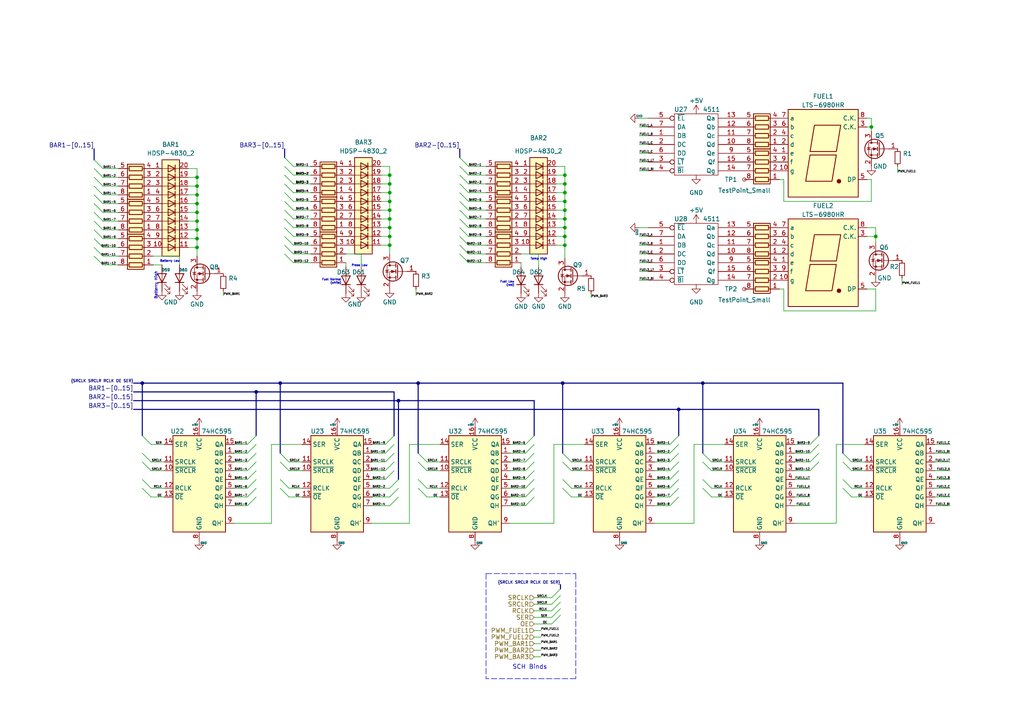
<source format=kicad_sch>
(kicad_sch (version 20210621) (generator eeschema)
  (paper "A4")
  (junction (at 57.15 51.435) (diameter 0.9144))
  (junction (at 57.15 53.975) (diameter 0.9144))
  (junction (at 57.15 56.515) (diameter 0.9144))
  (junction (at 57.15 59.055) (diameter 0.9144))
  (junction (at 57.15 61.595) (diameter 0.9144))
  (junction (at 57.15 64.135) (diameter 0.9144))
  (junction (at 57.15 66.675) (diameter 0.9144))
  (junction (at 57.15 69.215) (diameter 0.9144))
  (junction (at 57.15 71.755) (diameter 0.9144))
  (junction (at 113.03 50.8) (diameter 0.9144))
  (junction (at 113.03 53.34) (diameter 0.9144))
  (junction (at 113.03 55.88) (diameter 0.9144))
  (junction (at 113.03 58.42) (diameter 0.9144))
  (junction (at 113.03 60.96) (diameter 0.9144))
  (junction (at 113.03 63.5) (diameter 0.9144))
  (junction (at 113.03 66.04) (diameter 0.9144))
  (junction (at 113.03 68.58) (diameter 0.9144))
  (junction (at 113.03 71.12) (diameter 0.9144))
  (junction (at 163.83 50.8) (diameter 0.9144))
  (junction (at 163.83 53.34) (diameter 0.9144))
  (junction (at 163.83 55.88) (diameter 0.9144))
  (junction (at 163.83 58.42) (diameter 0.9144))
  (junction (at 163.83 60.96) (diameter 0.9144))
  (junction (at 163.83 63.5) (diameter 0.9144))
  (junction (at 163.83 66.04) (diameter 0.9144))
  (junction (at 163.83 68.58) (diameter 0.9144))
  (junction (at 163.83 71.12) (diameter 0.9144))
  (junction (at 252.73 36.83) (diameter 0.9144))
  (junction (at 254 68.58) (diameter 0.9144))
  (junction (at 41.275 111.125) (diameter 0.9144))
  (junction (at 74.295 113.665) (diameter 0.9144))
  (junction (at 81.28 111.125) (diameter 0.9144))
  (junction (at 115.57 116.205) (diameter 0.9144))
  (junction (at 121.285 111.125) (diameter 0.9144))
  (junction (at 163.195 111.125) (diameter 0.9144))
  (junction (at 196.85 118.745) (diameter 0.9144))
  (junction (at 203.835 111.125) (diameter 0.9144))
  (bus_entry (at 27.305 46.355) (size 2.54 2.54) (stroke (width 0.1524)))
  (bus_entry (at 27.305 48.895) (size 2.54 2.54) (stroke (width 0.1524)))
  (bus_entry (at 27.305 51.435) (size 2.54 2.54) (stroke (width 0.1524)))
  (bus_entry (at 27.305 53.975) (size 2.54 2.54) (stroke (width 0.1524)))
  (bus_entry (at 27.305 56.515) (size 2.54 2.54) (stroke (width 0.1524)))
  (bus_entry (at 27.305 59.055) (size 2.54 2.54) (stroke (width 0.1524)))
  (bus_entry (at 27.305 61.595) (size 2.54 2.54) (stroke (width 0.1524)))
  (bus_entry (at 27.305 64.135) (size 2.54 2.54) (stroke (width 0.1524)))
  (bus_entry (at 27.305 66.675) (size 2.54 2.54) (stroke (width 0.1524)))
  (bus_entry (at 27.305 69.215) (size 2.54 2.54) (stroke (width 0.1524)))
  (bus_entry (at 27.305 71.755) (size 2.54 2.54) (stroke (width 0.1524)))
  (bus_entry (at 27.305 74.295) (size 2.54 2.54) (stroke (width 0.1524)))
  (bus_entry (at 41.275 126.365) (size 2.54 2.54) (stroke (width 0.1524)))
  (bus_entry (at 41.275 131.445) (size 2.54 2.54) (stroke (width 0.1524)))
  (bus_entry (at 41.275 133.985) (size 2.54 2.54) (stroke (width 0.1524)))
  (bus_entry (at 41.275 139.065) (size 2.54 2.54) (stroke (width 0.1524)))
  (bus_entry (at 41.275 141.605) (size 2.54 2.54) (stroke (width 0.1524)))
  (bus_entry (at 71.755 128.905) (size 2.54 -2.54) (stroke (width 0.1524)))
  (bus_entry (at 71.755 131.445) (size 2.54 -2.54) (stroke (width 0.1524)))
  (bus_entry (at 71.755 133.985) (size 2.54 -2.54) (stroke (width 0.1524)))
  (bus_entry (at 71.755 136.525) (size 2.54 -2.54) (stroke (width 0.1524)))
  (bus_entry (at 71.755 139.065) (size 2.54 -2.54) (stroke (width 0.1524)))
  (bus_entry (at 71.755 141.605) (size 2.54 -2.54) (stroke (width 0.1524)))
  (bus_entry (at 71.755 144.145) (size 2.54 -2.54) (stroke (width 0.1524)))
  (bus_entry (at 71.755 146.685) (size 2.54 -2.54) (stroke (width 0.1524)))
  (bus_entry (at 81.28 131.445) (size 2.54 2.54) (stroke (width 0.1524)))
  (bus_entry (at 81.28 133.985) (size 2.54 2.54) (stroke (width 0.1524)))
  (bus_entry (at 81.28 139.065) (size 2.54 2.54) (stroke (width 0.1524)))
  (bus_entry (at 81.28 141.605) (size 2.54 2.54) (stroke (width 0.1524)))
  (bus_entry (at 82.55 45.72) (size 2.54 2.54) (stroke (width 0.1524)))
  (bus_entry (at 82.55 48.26) (size 2.54 2.54) (stroke (width 0.1524)))
  (bus_entry (at 82.55 50.8) (size 2.54 2.54) (stroke (width 0.1524)))
  (bus_entry (at 82.55 53.34) (size 2.54 2.54) (stroke (width 0.1524)))
  (bus_entry (at 82.55 55.88) (size 2.54 2.54) (stroke (width 0.1524)))
  (bus_entry (at 82.55 58.42) (size 2.54 2.54) (stroke (width 0.1524)))
  (bus_entry (at 82.55 60.96) (size 2.54 2.54) (stroke (width 0.1524)))
  (bus_entry (at 82.55 63.5) (size 2.54 2.54) (stroke (width 0.1524)))
  (bus_entry (at 82.55 66.04) (size 2.54 2.54) (stroke (width 0.1524)))
  (bus_entry (at 82.55 68.58) (size 2.54 2.54) (stroke (width 0.1524)))
  (bus_entry (at 82.55 71.12) (size 2.54 2.54) (stroke (width 0.1524)))
  (bus_entry (at 82.55 73.66) (size 2.54 2.54) (stroke (width 0.1524)))
  (bus_entry (at 111.76 128.905) (size 2.54 -2.54) (stroke (width 0.1524)))
  (bus_entry (at 111.76 131.445) (size 2.54 -2.54) (stroke (width 0.1524)))
  (bus_entry (at 111.76 133.985) (size 2.54 -2.54) (stroke (width 0.1524)))
  (bus_entry (at 111.76 136.525) (size 2.54 -2.54) (stroke (width 0.1524)))
  (bus_entry (at 111.76 139.065) (size 2.54 -2.54) (stroke (width 0.1524)))
  (bus_entry (at 113.03 141.605) (size 2.54 -2.54) (stroke (width 0.1524)))
  (bus_entry (at 113.03 144.145) (size 2.54 -2.54) (stroke (width 0.1524)))
  (bus_entry (at 113.03 146.685) (size 2.54 -2.54) (stroke (width 0.1524)))
  (bus_entry (at 121.285 131.445) (size 2.54 2.54) (stroke (width 0.1524)))
  (bus_entry (at 121.285 133.985) (size 2.54 2.54) (stroke (width 0.1524)))
  (bus_entry (at 121.285 139.065) (size 2.54 2.54) (stroke (width 0.1524)))
  (bus_entry (at 121.285 141.605) (size 2.54 2.54) (stroke (width 0.1524)))
  (bus_entry (at 133.35 45.72) (size 2.54 2.54) (stroke (width 0.1524)))
  (bus_entry (at 133.35 48.26) (size 2.54 2.54) (stroke (width 0.1524)))
  (bus_entry (at 133.35 50.8) (size 2.54 2.54) (stroke (width 0.1524)))
  (bus_entry (at 133.35 53.34) (size 2.54 2.54) (stroke (width 0.1524)))
  (bus_entry (at 133.35 55.88) (size 2.54 2.54) (stroke (width 0.1524)))
  (bus_entry (at 133.35 58.42) (size 2.54 2.54) (stroke (width 0.1524)))
  (bus_entry (at 133.35 60.96) (size 2.54 2.54) (stroke (width 0.1524)))
  (bus_entry (at 133.35 63.5) (size 2.54 2.54) (stroke (width 0.1524)))
  (bus_entry (at 133.35 66.04) (size 2.54 2.54) (stroke (width 0.1524)))
  (bus_entry (at 133.35 68.58) (size 2.54 2.54) (stroke (width 0.1524)))
  (bus_entry (at 133.35 71.12) (size 2.54 2.54) (stroke (width 0.1524)))
  (bus_entry (at 133.35 73.66) (size 2.54 2.54) (stroke (width 0.1524)))
  (bus_entry (at 152.4 128.905) (size 2.54 -2.54) (stroke (width 0.1524)))
  (bus_entry (at 152.4 131.445) (size 2.54 -2.54) (stroke (width 0.1524)))
  (bus_entry (at 152.4 133.985) (size 2.54 -2.54) (stroke (width 0.1524)))
  (bus_entry (at 152.4 136.525) (size 2.54 -2.54) (stroke (width 0.1524)))
  (bus_entry (at 152.4 139.065) (size 2.54 -2.54) (stroke (width 0.1524)))
  (bus_entry (at 152.4 141.605) (size 2.54 -2.54) (stroke (width 0.1524)))
  (bus_entry (at 152.4 144.145) (size 2.54 -2.54) (stroke (width 0.1524)))
  (bus_entry (at 152.4 146.685) (size 2.54 -2.54) (stroke (width 0.1524)))
  (bus_entry (at 160.02 173.355) (size 2.54 -2.54) (stroke (width 0.1524)))
  (bus_entry (at 160.02 175.26) (size 2.54 -2.54) (stroke (width 0.1524)))
  (bus_entry (at 160.02 177.165) (size 2.54 -2.54) (stroke (width 0.1524)))
  (bus_entry (at 160.02 179.07) (size 2.54 -2.54) (stroke (width 0.1524)))
  (bus_entry (at 160.02 180.975) (size 2.54 -2.54) (stroke (width 0.1524)))
  (bus_entry (at 163.195 131.445) (size 2.54 2.54) (stroke (width 0.1524)))
  (bus_entry (at 163.195 133.985) (size 2.54 2.54) (stroke (width 0.1524)))
  (bus_entry (at 163.195 139.065) (size 2.54 2.54) (stroke (width 0.1524)))
  (bus_entry (at 163.195 141.605) (size 2.54 2.54) (stroke (width 0.1524)))
  (bus_entry (at 194.31 128.905) (size 2.54 -2.54) (stroke (width 0.1524)))
  (bus_entry (at 194.31 131.445) (size 2.54 -2.54) (stroke (width 0.1524)))
  (bus_entry (at 194.31 133.985) (size 2.54 -2.54) (stroke (width 0.1524)))
  (bus_entry (at 194.31 136.525) (size 2.54 -2.54) (stroke (width 0.1524)))
  (bus_entry (at 194.31 139.065) (size 2.54 -2.54) (stroke (width 0.1524)))
  (bus_entry (at 194.31 141.605) (size 2.54 -2.54) (stroke (width 0.1524)))
  (bus_entry (at 194.31 144.145) (size 2.54 -2.54) (stroke (width 0.1524)))
  (bus_entry (at 194.31 146.685) (size 2.54 -2.54) (stroke (width 0.1524)))
  (bus_entry (at 203.835 131.445) (size 2.54 2.54) (stroke (width 0.1524)))
  (bus_entry (at 203.835 133.985) (size 2.54 2.54) (stroke (width 0.1524)))
  (bus_entry (at 203.835 139.065) (size 2.54 2.54) (stroke (width 0.1524)))
  (bus_entry (at 203.835 141.605) (size 2.54 2.54) (stroke (width 0.1524)))
  (bus_entry (at 234.95 128.905) (size 2.54 -2.54) (stroke (width 0.1524)))
  (bus_entry (at 234.95 131.445) (size 2.54 -2.54) (stroke (width 0.1524)))
  (bus_entry (at 234.95 133.985) (size 2.54 -2.54) (stroke (width 0.1524)))
  (bus_entry (at 234.95 136.525) (size 2.54 -2.54) (stroke (width 0.1524)))
  (bus_entry (at 244.475 131.445) (size 2.54 2.54) (stroke (width 0.1524)))
  (bus_entry (at 244.475 133.985) (size 2.54 2.54) (stroke (width 0.1524)))
  (bus_entry (at 244.475 139.065) (size 2.54 2.54) (stroke (width 0.1524)))
  (bus_entry (at 244.475 141.605) (size 2.54 2.54) (stroke (width 0.1524)))
  (wire (pts (xy 29.845 48.895) (xy 34.29 48.895)))
  (wire (pts (xy 29.845 51.435) (xy 34.29 51.435)))
  (wire (pts (xy 29.845 53.975) (xy 34.29 53.975)))
  (wire (pts (xy 29.845 56.515) (xy 34.29 56.515)))
  (wire (pts (xy 29.845 59.055) (xy 34.29 59.055)))
  (wire (pts (xy 29.845 61.595) (xy 34.29 61.595)))
  (wire (pts (xy 29.845 64.135) (xy 34.29 64.135)))
  (wire (pts (xy 29.845 66.675) (xy 34.29 66.675)))
  (wire (pts (xy 29.845 69.215) (xy 34.29 69.215)))
  (wire (pts (xy 29.845 71.755) (xy 34.29 71.755)))
  (wire (pts (xy 29.845 74.295) (xy 34.29 74.295)))
  (wire (pts (xy 29.845 76.835) (xy 34.29 76.835)))
  (wire (pts (xy 43.815 128.905) (xy 47.625 128.905)))
  (wire (pts (xy 43.815 133.985) (xy 47.625 133.985)))
  (wire (pts (xy 43.815 136.525) (xy 47.625 136.525)))
  (wire (pts (xy 43.815 141.605) (xy 47.625 141.605)))
  (wire (pts (xy 43.815 144.145) (xy 47.625 144.145)))
  (wire (pts (xy 44.45 74.295) (xy 52.07 74.295)))
  (wire (pts (xy 44.45 76.835) (xy 46.99 76.835)))
  (wire (pts (xy 52.07 74.295) (xy 52.07 76.835)))
  (wire (pts (xy 54.61 48.895) (xy 57.15 48.895)))
  (wire (pts (xy 54.61 51.435) (xy 57.15 51.435)))
  (wire (pts (xy 54.61 53.975) (xy 57.15 53.975)))
  (wire (pts (xy 54.61 56.515) (xy 57.15 56.515)))
  (wire (pts (xy 54.61 59.055) (xy 57.15 59.055)))
  (wire (pts (xy 54.61 61.595) (xy 57.15 61.595)))
  (wire (pts (xy 54.61 64.135) (xy 57.15 64.135)))
  (wire (pts (xy 54.61 66.675) (xy 57.15 66.675)))
  (wire (pts (xy 54.61 69.215) (xy 57.15 69.215)))
  (wire (pts (xy 54.61 71.755) (xy 57.15 71.755)))
  (wire (pts (xy 57.15 48.895) (xy 57.15 51.435)))
  (wire (pts (xy 57.15 51.435) (xy 57.15 53.975)))
  (wire (pts (xy 57.15 53.975) (xy 57.15 56.515)))
  (wire (pts (xy 57.15 56.515) (xy 57.15 59.055)))
  (wire (pts (xy 57.15 59.055) (xy 57.15 61.595)))
  (wire (pts (xy 57.15 61.595) (xy 57.15 64.135)))
  (wire (pts (xy 57.15 64.135) (xy 57.15 66.675)))
  (wire (pts (xy 57.15 66.675) (xy 57.15 69.215)))
  (wire (pts (xy 57.15 69.215) (xy 57.15 71.755)))
  (wire (pts (xy 57.15 71.755) (xy 57.15 74.295)))
  (wire (pts (xy 64.77 84.455) (xy 64.77 85.725)))
  (wire (pts (xy 67.945 128.905) (xy 71.755 128.905)))
  (wire (pts (xy 67.945 131.445) (xy 71.755 131.445)))
  (wire (pts (xy 67.945 133.985) (xy 71.755 133.985)))
  (wire (pts (xy 67.945 136.525) (xy 71.755 136.525)))
  (wire (pts (xy 67.945 139.065) (xy 71.755 139.065)))
  (wire (pts (xy 67.945 141.605) (xy 71.755 141.605)))
  (wire (pts (xy 67.945 144.145) (xy 71.755 144.145)))
  (wire (pts (xy 67.945 146.685) (xy 71.755 146.685)))
  (wire (pts (xy 67.945 151.765) (xy 78.74 151.765)))
  (wire (pts (xy 78.74 128.905) (xy 87.63 128.905)))
  (wire (pts (xy 78.74 151.765) (xy 78.74 128.905)))
  (wire (pts (xy 83.82 133.985) (xy 87.63 133.985)))
  (wire (pts (xy 83.82 136.525) (xy 87.63 136.525)))
  (wire (pts (xy 83.82 141.605) (xy 87.63 141.605)))
  (wire (pts (xy 83.82 144.145) (xy 87.63 144.145)))
  (wire (pts (xy 85.09 48.26) (xy 90.17 48.26)))
  (wire (pts (xy 85.09 50.8) (xy 90.17 50.8)))
  (wire (pts (xy 85.09 53.34) (xy 90.17 53.34)))
  (wire (pts (xy 85.09 55.88) (xy 90.17 55.88)))
  (wire (pts (xy 85.09 58.42) (xy 90.17 58.42)))
  (wire (pts (xy 85.09 60.96) (xy 90.17 60.96)))
  (wire (pts (xy 85.09 63.5) (xy 90.17 63.5)))
  (wire (pts (xy 85.09 66.04) (xy 90.17 66.04)))
  (wire (pts (xy 85.09 68.58) (xy 90.17 68.58)))
  (wire (pts (xy 85.09 71.12) (xy 90.17 71.12)))
  (wire (pts (xy 85.09 73.66) (xy 90.17 73.66)))
  (wire (pts (xy 85.09 76.2) (xy 90.17 76.2)))
  (wire (pts (xy 100.33 73.66) (xy 104.775 73.66)))
  (wire (pts (xy 100.33 76.2) (xy 100.33 77.47)))
  (wire (pts (xy 104.775 73.66) (xy 104.775 77.47)))
  (wire (pts (xy 107.95 128.905) (xy 111.76 128.905)))
  (wire (pts (xy 107.95 131.445) (xy 111.76 131.445)))
  (wire (pts (xy 107.95 133.985) (xy 111.76 133.985)))
  (wire (pts (xy 107.95 136.525) (xy 111.76 136.525)))
  (wire (pts (xy 107.95 139.065) (xy 111.76 139.065)))
  (wire (pts (xy 107.95 141.605) (xy 113.03 141.605)))
  (wire (pts (xy 107.95 144.145) (xy 113.03 144.145)))
  (wire (pts (xy 107.95 146.685) (xy 113.03 146.685)))
  (wire (pts (xy 107.95 151.765) (xy 118.745 151.765)))
  (wire (pts (xy 110.49 48.26) (xy 113.03 48.26)))
  (wire (pts (xy 110.49 50.8) (xy 113.03 50.8)))
  (wire (pts (xy 110.49 53.34) (xy 113.03 53.34)))
  (wire (pts (xy 110.49 55.88) (xy 113.03 55.88)))
  (wire (pts (xy 110.49 58.42) (xy 113.03 58.42)))
  (wire (pts (xy 110.49 60.96) (xy 113.03 60.96)))
  (wire (pts (xy 110.49 63.5) (xy 113.03 63.5)))
  (wire (pts (xy 110.49 66.04) (xy 113.03 66.04)))
  (wire (pts (xy 110.49 68.58) (xy 113.03 68.58)))
  (wire (pts (xy 110.49 71.12) (xy 113.03 71.12)))
  (wire (pts (xy 113.03 48.26) (xy 113.03 50.8)))
  (wire (pts (xy 113.03 50.8) (xy 113.03 53.34)))
  (wire (pts (xy 113.03 53.34) (xy 113.03 55.88)))
  (wire (pts (xy 113.03 55.88) (xy 113.03 58.42)))
  (wire (pts (xy 113.03 58.42) (xy 113.03 60.96)))
  (wire (pts (xy 113.03 60.96) (xy 113.03 63.5)))
  (wire (pts (xy 113.03 63.5) (xy 113.03 66.04)))
  (wire (pts (xy 113.03 66.04) (xy 113.03 68.58)))
  (wire (pts (xy 113.03 68.58) (xy 113.03 71.12)))
  (wire (pts (xy 113.03 71.12) (xy 113.03 73.66)))
  (wire (pts (xy 118.745 128.905) (xy 127.635 128.905)))
  (wire (pts (xy 118.745 151.765) (xy 118.745 128.905)))
  (wire (pts (xy 120.65 83.82) (xy 120.65 85.725)))
  (wire (pts (xy 123.825 133.985) (xy 127.635 133.985)))
  (wire (pts (xy 123.825 136.525) (xy 127.635 136.525)))
  (wire (pts (xy 123.825 141.605) (xy 127.635 141.605)))
  (wire (pts (xy 123.825 144.145) (xy 127.635 144.145)))
  (wire (pts (xy 135.89 48.26) (xy 140.97 48.26)))
  (wire (pts (xy 135.89 50.8) (xy 140.97 50.8)))
  (wire (pts (xy 135.89 53.34) (xy 140.97 53.34)))
  (wire (pts (xy 135.89 55.88) (xy 140.97 55.88)))
  (wire (pts (xy 135.89 58.42) (xy 140.97 58.42)))
  (wire (pts (xy 135.89 60.96) (xy 140.97 60.96)))
  (wire (pts (xy 135.89 63.5) (xy 140.97 63.5)))
  (wire (pts (xy 135.89 66.04) (xy 140.97 66.04)))
  (wire (pts (xy 135.89 68.58) (xy 140.97 68.58)))
  (wire (pts (xy 135.89 71.12) (xy 140.97 71.12)))
  (wire (pts (xy 135.89 73.66) (xy 140.97 73.66)))
  (wire (pts (xy 135.89 76.2) (xy 140.97 76.2)))
  (wire (pts (xy 147.955 128.905) (xy 152.4 128.905)))
  (wire (pts (xy 147.955 131.445) (xy 152.4 131.445)))
  (wire (pts (xy 147.955 133.985) (xy 152.4 133.985)))
  (wire (pts (xy 147.955 136.525) (xy 152.4 136.525)))
  (wire (pts (xy 147.955 139.065) (xy 152.4 139.065)))
  (wire (pts (xy 147.955 141.605) (xy 152.4 141.605)))
  (wire (pts (xy 147.955 144.145) (xy 152.4 144.145)))
  (wire (pts (xy 147.955 146.685) (xy 152.4 146.685)))
  (wire (pts (xy 147.955 151.765) (xy 160.655 151.765)))
  (wire (pts (xy 151.13 76.2) (xy 151.13 77.47)))
  (wire (pts (xy 154.94 173.355) (xy 160.02 173.355)))
  (wire (pts (xy 154.94 175.26) (xy 160.02 175.26)))
  (wire (pts (xy 154.94 177.165) (xy 160.02 177.165)))
  (wire (pts (xy 154.94 179.07) (xy 160.02 179.07)))
  (wire (pts (xy 154.94 180.975) (xy 160.02 180.975)))
  (wire (pts (xy 154.94 182.88) (xy 156.845 182.88)))
  (wire (pts (xy 154.94 184.785) (xy 156.845 184.785)))
  (wire (pts (xy 154.94 186.69) (xy 156.845 186.69)))
  (wire (pts (xy 154.94 188.595) (xy 156.845 188.595)))
  (wire (pts (xy 154.94 190.5) (xy 156.845 190.5)))
  (wire (pts (xy 156.21 73.66) (xy 151.13 73.66)))
  (wire (pts (xy 156.21 77.47) (xy 156.21 73.66)))
  (wire (pts (xy 160.655 128.905) (xy 169.545 128.905)))
  (wire (pts (xy 160.655 151.765) (xy 160.655 128.905)))
  (wire (pts (xy 161.29 48.26) (xy 163.83 48.26)))
  (wire (pts (xy 161.29 50.8) (xy 163.83 50.8)))
  (wire (pts (xy 161.29 53.34) (xy 163.83 53.34)))
  (wire (pts (xy 161.29 55.88) (xy 163.83 55.88)))
  (wire (pts (xy 161.29 58.42) (xy 163.83 58.42)))
  (wire (pts (xy 161.29 60.96) (xy 163.83 60.96)))
  (wire (pts (xy 161.29 63.5) (xy 163.83 63.5)))
  (wire (pts (xy 161.29 66.04) (xy 163.83 66.04)))
  (wire (pts (xy 161.29 68.58) (xy 163.83 68.58)))
  (wire (pts (xy 161.29 71.12) (xy 163.83 71.12)))
  (wire (pts (xy 163.83 48.26) (xy 163.83 50.8)))
  (wire (pts (xy 163.83 50.8) (xy 163.83 53.34)))
  (wire (pts (xy 163.83 53.34) (xy 163.83 55.88)))
  (wire (pts (xy 163.83 55.88) (xy 163.83 58.42)))
  (wire (pts (xy 163.83 58.42) (xy 163.83 60.96)))
  (wire (pts (xy 163.83 60.96) (xy 163.83 63.5)))
  (wire (pts (xy 163.83 63.5) (xy 163.83 66.04)))
  (wire (pts (xy 163.83 66.04) (xy 163.83 68.58)))
  (wire (pts (xy 163.83 68.58) (xy 163.83 71.12)))
  (wire (pts (xy 163.83 71.12) (xy 163.83 74.93)))
  (wire (pts (xy 165.735 133.985) (xy 169.545 133.985)))
  (wire (pts (xy 165.735 136.525) (xy 169.545 136.525)))
  (wire (pts (xy 165.735 141.605) (xy 169.545 141.605)))
  (wire (pts (xy 165.735 144.145) (xy 169.545 144.145)))
  (wire (pts (xy 171.45 85.09) (xy 171.45 86.36)))
  (wire (pts (xy 185.42 34.29) (xy 187.96 34.29)))
  (wire (pts (xy 185.42 36.83) (xy 187.96 36.83)))
  (wire (pts (xy 185.42 39.37) (xy 187.96 39.37)))
  (wire (pts (xy 185.42 41.91) (xy 187.96 41.91)))
  (wire (pts (xy 185.42 44.45) (xy 187.96 44.45)))
  (wire (pts (xy 185.42 46.99) (xy 187.96 46.99)))
  (wire (pts (xy 185.42 49.53) (xy 187.96 49.53)))
  (wire (pts (xy 185.42 66.04) (xy 187.96 66.04)))
  (wire (pts (xy 185.42 68.58) (xy 187.96 68.58)))
  (wire (pts (xy 185.42 71.12) (xy 187.96 71.12)))
  (wire (pts (xy 185.42 73.66) (xy 187.96 73.66)))
  (wire (pts (xy 185.42 76.2) (xy 187.96 76.2)))
  (wire (pts (xy 185.42 78.74) (xy 187.96 78.74)))
  (wire (pts (xy 185.42 81.28) (xy 187.96 81.28)))
  (wire (pts (xy 189.865 128.905) (xy 194.31 128.905)))
  (wire (pts (xy 189.865 131.445) (xy 194.31 131.445)))
  (wire (pts (xy 189.865 133.985) (xy 194.31 133.985)))
  (wire (pts (xy 189.865 136.525) (xy 194.31 136.525)))
  (wire (pts (xy 189.865 139.065) (xy 194.31 139.065)))
  (wire (pts (xy 189.865 141.605) (xy 194.31 141.605)))
  (wire (pts (xy 189.865 144.145) (xy 194.31 144.145)))
  (wire (pts (xy 189.865 146.685) (xy 194.31 146.685)))
  (wire (pts (xy 189.865 151.765) (xy 201.295 151.765)))
  (wire (pts (xy 201.295 128.905) (xy 210.185 128.905)))
  (wire (pts (xy 201.295 151.765) (xy 201.295 128.905)))
  (wire (pts (xy 206.375 133.985) (xy 210.185 133.985)))
  (wire (pts (xy 206.375 136.525) (xy 210.185 136.525)))
  (wire (pts (xy 206.375 141.605) (xy 210.185 141.605)))
  (wire (pts (xy 206.375 144.145) (xy 210.185 144.145)))
  (wire (pts (xy 227.33 52.07) (xy 226.06 52.07)))
  (wire (pts (xy 227.33 58.42) (xy 227.33 52.07)))
  (wire (pts (xy 227.33 83.82) (xy 226.06 83.82)))
  (wire (pts (xy 227.33 90.17) (xy 227.33 83.82)))
  (wire (pts (xy 230.505 128.905) (xy 234.95 128.905)))
  (wire (pts (xy 230.505 131.445) (xy 234.95 131.445)))
  (wire (pts (xy 230.505 133.985) (xy 234.95 133.985)))
  (wire (pts (xy 230.505 136.525) (xy 234.95 136.525)))
  (wire (pts (xy 230.505 139.065) (xy 234.95 139.065)))
  (wire (pts (xy 230.505 141.605) (xy 234.95 141.605)))
  (wire (pts (xy 230.505 144.145) (xy 234.95 144.145)))
  (wire (pts (xy 230.505 146.685) (xy 234.95 146.685)))
  (wire (pts (xy 230.505 151.765) (xy 242.57 151.765)))
  (wire (pts (xy 242.57 128.905) (xy 250.825 128.905)))
  (wire (pts (xy 242.57 151.765) (xy 242.57 128.905)))
  (wire (pts (xy 247.015 133.985) (xy 250.825 133.985)))
  (wire (pts (xy 247.015 136.525) (xy 250.825 136.525)))
  (wire (pts (xy 247.015 141.605) (xy 250.825 141.605)))
  (wire (pts (xy 247.015 144.145) (xy 250.825 144.145)))
  (wire (pts (xy 251.46 36.83) (xy 252.73 36.83)))
  (wire (pts (xy 251.46 52.07) (xy 252.73 52.07)))
  (wire (pts (xy 251.46 68.58) (xy 254 68.58)))
  (wire (pts (xy 251.46 83.82) (xy 254 83.82)))
  (wire (pts (xy 252.73 34.29) (xy 251.46 34.29)))
  (wire (pts (xy 252.73 34.29) (xy 252.73 36.83)))
  (wire (pts (xy 252.73 36.83) (xy 252.73 38.1)))
  (wire (pts (xy 252.73 52.07) (xy 252.73 58.42)))
  (wire (pts (xy 252.73 58.42) (xy 227.33 58.42)))
  (wire (pts (xy 254 66.04) (xy 251.46 66.04)))
  (wire (pts (xy 254 68.58) (xy 254 66.04)))
  (wire (pts (xy 254 68.58) (xy 254 70.485)))
  (wire (pts (xy 254 83.82) (xy 254 90.17)))
  (wire (pts (xy 254 90.17) (xy 227.33 90.17)))
  (wire (pts (xy 260.35 48.26) (xy 260.35 50.165)))
  (wire (pts (xy 261.62 80.645) (xy 261.62 82.55)))
  (wire (pts (xy 271.145 128.905) (xy 275.59 128.905)))
  (wire (pts (xy 271.145 131.445) (xy 275.59 131.445)))
  (wire (pts (xy 271.145 133.985) (xy 275.59 133.985)))
  (wire (pts (xy 271.145 136.525) (xy 275.59 136.525)))
  (wire (pts (xy 271.145 139.065) (xy 275.59 139.065)))
  (wire (pts (xy 271.145 141.605) (xy 275.59 141.605)))
  (wire (pts (xy 271.145 144.145) (xy 275.59 144.145)))
  (wire (pts (xy 271.145 146.685) (xy 275.59 146.685)))
  (bus (pts (xy 27.305 43.18) (xy 27.305 74.295)))
  (bus (pts (xy 38.735 111.125) (xy 41.275 111.125)))
  (bus (pts (xy 38.735 113.665) (xy 74.295 113.665)))
  (bus (pts (xy 38.735 116.205) (xy 115.57 116.205)))
  (bus (pts (xy 38.735 118.745) (xy 196.85 118.745)))
  (bus (pts (xy 41.275 111.125) (xy 41.275 141.605)))
  (bus (pts (xy 41.275 111.125) (xy 81.28 111.125)))
  (bus (pts (xy 74.295 113.665) (xy 74.295 144.145)))
  (bus (pts (xy 81.28 111.125) (xy 81.28 141.605)))
  (bus (pts (xy 81.28 111.125) (xy 121.285 111.125)))
  (bus (pts (xy 82.55 43.18) (xy 82.55 73.66)))
  (bus (pts (xy 114.3 113.665) (xy 74.295 113.665)))
  (bus (pts (xy 114.3 113.665) (xy 114.3 136.525)))
  (bus (pts (xy 115.57 116.205) (xy 115.57 144.145)))
  (bus (pts (xy 121.285 111.125) (xy 121.285 141.605)))
  (bus (pts (xy 133.35 43.18) (xy 133.35 73.66)))
  (bus (pts (xy 154.94 116.205) (xy 115.57 116.205)))
  (bus (pts (xy 154.94 116.205) (xy 154.94 144.145)))
  (bus (pts (xy 162.56 169.545) (xy 162.56 178.435)))
  (bus (pts (xy 163.195 111.125) (xy 121.285 111.125)))
  (bus (pts (xy 163.195 111.125) (xy 163.195 141.605)))
  (bus (pts (xy 196.85 118.745) (xy 196.85 144.145)))
  (bus (pts (xy 203.835 111.125) (xy 163.195 111.125)))
  (bus (pts (xy 203.835 111.125) (xy 203.835 141.605)))
  (bus (pts (xy 237.49 118.745) (xy 196.85 118.745)))
  (bus (pts (xy 237.49 118.745) (xy 237.49 133.985)))
  (bus (pts (xy 244.475 111.125) (xy 203.835 111.125)))
  (bus (pts (xy 244.475 111.125) (xy 244.475 141.605)))
  (polyline (pts (xy 140.97 166.37) (xy 140.97 196.85)) (stroke (width 0) (type dash)))
  (polyline (pts (xy 140.97 166.37) (xy 167.005 166.37)) (stroke (width 0) (type dash)))
  (polyline (pts (xy 167.005 166.37) (xy 167.005 196.85)) (stroke (width 0) (type dash)))
  (polyline (pts (xy 167.005 196.85) (xy 140.97 196.85)) (stroke (width 0) (type dash)))
  (text "Batterry High" (at 45.72 78.74 270) (effects (font (size 0.8 0.8)) (justify right bottom)))
  (text "Batterry Low" (at 46.355 76.2 0) (effects (font (size 0.6 0.6)) (justify left bottom)))
  (text "Fuel Normal\n(white)" (at 99.06 82.55 180) (effects (font (size 0.6 0.6)) (justify right bottom)))
  (text "Press Low" (at 106.68 77.47 180) (effects (font (size 0.6 0.6)) (justify right bottom)))
  (text "Fuel Low\n(red)" (at 149.225 83.185 180) (effects (font (size 0.6 0.6)) (justify right bottom)))
  (text "Temp High" (at 158.75 75.565 180) (effects (font (size 0.6 0.6)) (justify right bottom)))
  (text "SCH Binds" (at 158.75 194.31 180) (effects (font (size 1.27 1.27)) (justify right bottom)))
  (label "BAR1-[0..15]" (at 27.305 43.18 180))
  (label "BAR1-1" (at 33.655 48.895 180) (effects (font (size 0.6 0.6))))
  (label "BAR1-2" (at 33.655 51.435 180) (effects (font (size 0.6 0.6))))
  (label "BAR1-3" (at 33.655 53.975 180) (effects (font (size 0.6 0.6))))
  (label "BAR1-4" (at 33.655 56.515 180) (effects (font (size 0.6 0.6))))
  (label "BAR1-5" (at 33.655 59.055 180) (effects (font (size 0.6 0.6))))
  (label "BAR1-6" (at 33.655 61.595 180) (effects (font (size 0.6 0.6))))
  (label "BAR1-7" (at 33.655 64.135 180) (effects (font (size 0.6 0.6))))
  (label "BAR1-8" (at 33.655 66.675 180) (effects (font (size 0.6 0.6))))
  (label "BAR1-9" (at 33.655 69.215 180) (effects (font (size 0.6 0.6))))
  (label "BAR1-10" (at 33.655 71.755 180) (effects (font (size 0.6 0.6))))
  (label "BAR1-11" (at 33.655 74.295 180) (effects (font (size 0.6 0.6))))
  (label "BAR1-12" (at 33.655 76.835 180) (effects (font (size 0.6 0.6))))
  (label "{SRCLK SRCLR RCLK OE SER}" (at 38.735 111.125 180) (effects (font (size 0.8 0.8))))
  (label "BAR1-[0..15]" (at 38.735 113.665 180))
  (label "BAR2-[0..15]" (at 38.735 116.205 180))
  (label "BAR3-[0..15]" (at 38.735 118.745 180))
  (label "SER" (at 46.99 128.905 180) (effects (font (size 0.6 0.6))))
  (label "SRCLK" (at 46.99 133.985 180) (effects (font (size 0.6 0.6))))
  (label "SRCLR" (at 46.99 136.525 180) (effects (font (size 0.6 0.6))))
  (label "RCLK" (at 46.99 141.605 180) (effects (font (size 0.6 0.6))))
  (label "OE" (at 46.99 144.145 180) (effects (font (size 0.6 0.6))))
  (label "PWM_BAR1" (at 64.77 85.725 0) (effects (font (size 0.6 0.6))))
  (label "BAR1-1" (at 71.755 128.905 180) (effects (font (size 0.6 0.6))))
  (label "BAR1-2" (at 71.755 131.445 180) (effects (font (size 0.6 0.6))))
  (label "BAR1-3" (at 71.755 133.985 180) (effects (font (size 0.6 0.6))))
  (label "BAR1-4" (at 71.755 136.525 180) (effects (font (size 0.6 0.6))))
  (label "BAR1-5" (at 71.755 139.065 180) (effects (font (size 0.6 0.6))))
  (label "BAR1-6" (at 71.755 141.605 180) (effects (font (size 0.6 0.6))))
  (label "BAR1-7" (at 71.755 144.145 180) (effects (font (size 0.6 0.6))))
  (label "BAR1-8" (at 71.755 146.685 180) (effects (font (size 0.6 0.6))))
  (label "BAR3-[0..15]" (at 82.55 43.18 180))
  (label "SRCLK" (at 86.995 133.985 180) (effects (font (size 0.6 0.6))))
  (label "SRCLR" (at 86.995 136.525 180) (effects (font (size 0.6 0.6))))
  (label "RCLK" (at 86.995 141.605 180) (effects (font (size 0.6 0.6))))
  (label "OE" (at 86.995 144.145 180) (effects (font (size 0.6 0.6))))
  (label "BAR3-1" (at 89.535 48.26 180) (effects (font (size 0.6 0.6))))
  (label "BAR3-2" (at 89.535 50.8 180) (effects (font (size 0.6 0.6))))
  (label "BAR3-2" (at 89.535 50.8 180) (effects (font (size 0.6 0.6))))
  (label "BAR3-2" (at 89.535 50.8 180) (effects (font (size 0.6 0.6))))
  (label "BAR3-3" (at 89.535 53.34 180) (effects (font (size 0.6 0.6))))
  (label "BAR3-3" (at 89.535 53.34 180) (effects (font (size 0.6 0.6))))
  (label "BAR3-4" (at 89.535 55.88 180) (effects (font (size 0.6 0.6))))
  (label "BAR3-4" (at 89.535 55.88 180) (effects (font (size 0.6 0.6))))
  (label "BAR3-5" (at 89.535 58.42 180) (effects (font (size 0.6 0.6))))
  (label "BAR3-6" (at 89.535 60.96 180) (effects (font (size 0.6 0.6))))
  (label "BAR3-7" (at 89.535 63.5 180) (effects (font (size 0.6 0.6))))
  (label "BAR3-8" (at 89.535 66.04 180) (effects (font (size 0.6 0.6))))
  (label "BAR3-9" (at 89.535 68.58 180) (effects (font (size 0.6 0.6))))
  (label "BAR3-10" (at 89.535 71.12 180) (effects (font (size 0.6 0.6))))
  (label "BAR3-11" (at 89.535 73.66 180) (effects (font (size 0.6 0.6))))
  (label "BAR3-12" (at 89.535 76.2 180) (effects (font (size 0.6 0.6))))
  (label "BAR1-9" (at 111.76 128.905 180) (effects (font (size 0.6 0.6))))
  (label "BAR1-10" (at 111.76 131.445 180) (effects (font (size 0.6 0.6))))
  (label "BAR1-11" (at 111.76 133.985 180) (effects (font (size 0.6 0.6))))
  (label "BAR1-12" (at 111.76 136.525 180) (effects (font (size 0.6 0.6))))
  (label "BAR2-1" (at 111.76 139.065 180) (effects (font (size 0.6 0.6))))
  (label "BAR2-2" (at 111.76 141.605 180) (effects (font (size 0.6 0.6))))
  (label "BAR2-3" (at 111.76 144.145 180) (effects (font (size 0.6 0.6))))
  (label "BAR2-4" (at 111.76 146.685 180) (effects (font (size 0.6 0.6))))
  (label "PWM_BAR2" (at 120.65 85.725 0) (effects (font (size 0.6 0.6))))
  (label "SRCLK" (at 127 133.985 180) (effects (font (size 0.6 0.6))))
  (label "SRCLR" (at 127 136.525 180) (effects (font (size 0.6 0.6))))
  (label "RCLK" (at 127 141.605 180) (effects (font (size 0.6 0.6))))
  (label "OE" (at 127 144.145 180) (effects (font (size 0.6 0.6))))
  (label "BAR2-[0..15]" (at 133.35 43.18 180))
  (label "BAR2-1" (at 139.7 48.26 180) (effects (font (size 0.6 0.6))))
  (label "BAR2-2" (at 139.7 50.8 180) (effects (font (size 0.6 0.6))))
  (label "BAR2-3" (at 139.7 53.34 180) (effects (font (size 0.6 0.6))))
  (label "BAR2-4" (at 139.7 55.88 180) (effects (font (size 0.6 0.6))))
  (label "BAR2-5" (at 139.7 58.42 180) (effects (font (size 0.6 0.6))))
  (label "BAR2-6" (at 139.7 60.96 180) (effects (font (size 0.6 0.6))))
  (label "BAR2-7" (at 139.7 63.5 180) (effects (font (size 0.6 0.6))))
  (label "BAR2-8" (at 139.7 66.04 180) (effects (font (size 0.6 0.6))))
  (label "BAR2-9" (at 139.7 68.58 180) (effects (font (size 0.6 0.6))))
  (label "BAR2-10" (at 139.7 71.12 180) (effects (font (size 0.6 0.6))))
  (label "BAR2-11" (at 139.7 73.66 180) (effects (font (size 0.6 0.6))))
  (label "BAR2-12" (at 139.7 76.2 180) (effects (font (size 0.6 0.6))))
  (label "BAR2-5" (at 152.4 128.905 180) (effects (font (size 0.6 0.6))))
  (label "BAR2-6" (at 152.4 131.445 180) (effects (font (size 0.6 0.6))))
  (label "BAR2-7" (at 152.4 133.985 180) (effects (font (size 0.6 0.6))))
  (label "BAR2-8" (at 152.4 136.525 180) (effects (font (size 0.6 0.6))))
  (label "BAR2-9" (at 152.4 139.065 180) (effects (font (size 0.6 0.6))))
  (label "BAR2-10" (at 152.4 141.605 180) (effects (font (size 0.6 0.6))))
  (label "BAR2-11" (at 152.4 144.145 180) (effects (font (size 0.6 0.6))))
  (label "BAR2-12" (at 152.4 146.685 180) (effects (font (size 0.6 0.6))))
  (label "PWM_FUEL1" (at 156.845 182.88 0) (effects (font (size 0.6 0.6))))
  (label "PWM_FUEL2" (at 156.845 184.785 0) (effects (font (size 0.6 0.6))))
  (label "PWM_BAR1" (at 156.845 186.69 0) (effects (font (size 0.6 0.6))))
  (label "PWM_BAR2" (at 156.845 188.595 0) (effects (font (size 0.6 0.6))))
  (label "PWM_BAR3" (at 156.845 190.5 0) (effects (font (size 0.6 0.6))))
  (label "SRCLK" (at 158.75 173.355 180) (effects (font (size 0.6 0.6))))
  (label "SRCLR" (at 158.75 175.26 180) (effects (font (size 0.6 0.6))))
  (label "RCLK" (at 158.75 177.165 180) (effects (font (size 0.6 0.6))))
  (label "SER" (at 158.75 179.07 180) (effects (font (size 0.6 0.6))))
  (label "OE" (at 158.75 180.975 180) (effects (font (size 0.6 0.6))))
  (label "{SRCLK SRCLR RCLK OE SER}" (at 162.56 169.545 180) (effects (font (size 0.8 0.8))))
  (label "SRCLK" (at 168.91 133.985 180) (effects (font (size 0.6 0.6))))
  (label "SRCLR" (at 168.91 136.525 180) (effects (font (size 0.6 0.6))))
  (label "RCLK" (at 168.91 141.605 180) (effects (font (size 0.6 0.6))))
  (label "OE" (at 168.91 144.145 180) (effects (font (size 0.6 0.6))))
  (label "PWM_BAR3" (at 171.45 86.36 0) (effects (font (size 0.6 0.6))))
  (label "FUEL1_A" (at 185.42 36.83 0) (effects (font (size 0.6 0.6))))
  (label "FUEL1_B" (at 185.42 39.37 0) (effects (font (size 0.6 0.6))))
  (label "FUEL1_C" (at 185.42 41.91 0) (effects (font (size 0.6 0.6))))
  (label "FUEL1_C" (at 185.42 44.45 0) (effects (font (size 0.6 0.6))))
  (label "FUEL1_LT" (at 185.42 46.99 0) (effects (font (size 0.6 0.6))))
  (label "FUEL1_BI" (at 185.42 49.53 0) (effects (font (size 0.6 0.6))))
  (label "FUEL2_A" (at 185.42 68.58 0) (effects (font (size 0.6 0.6))))
  (label "FUEL2_B" (at 185.42 71.12 0) (effects (font (size 0.6 0.6))))
  (label "FUEL2_C" (at 185.42 73.66 0) (effects (font (size 0.6 0.6))))
  (label "FUEL2_C" (at 185.42 76.2 0) (effects (font (size 0.6 0.6))))
  (label "FUEL2_LT" (at 185.42 78.74 0) (effects (font (size 0.6 0.6))))
  (label "FUEL2_BI" (at 185.42 81.28 0) (effects (font (size 0.6 0.6))))
  (label "BAR3-1" (at 194.31 128.905 180) (effects (font (size 0.6 0.6))))
  (label "BAR3-2" (at 194.31 131.445 180) (effects (font (size 0.6 0.6))))
  (label "BAR3-3" (at 194.31 133.985 180) (effects (font (size 0.6 0.6))))
  (label "BAR3-4" (at 194.31 136.525 180) (effects (font (size 0.6 0.6))))
  (label "BAR3-5" (at 194.31 139.065 180) (effects (font (size 0.6 0.6))))
  (label "BAR3-6" (at 194.31 141.605 180) (effects (font (size 0.6 0.6))))
  (label "BAR3-7" (at 194.31 144.145 180) (effects (font (size 0.6 0.6))))
  (label "BAR3-8" (at 194.31 146.685 180) (effects (font (size 0.6 0.6))))
  (label "SRCLK" (at 209.55 133.985 180) (effects (font (size 0.6 0.6))))
  (label "SRCLR" (at 209.55 136.525 180) (effects (font (size 0.6 0.6))))
  (label "RCLK" (at 209.55 141.605 180) (effects (font (size 0.6 0.6))))
  (label "OE" (at 209.55 144.145 180) (effects (font (size 0.6 0.6))))
  (label "BAR3-9" (at 234.95 128.905 180) (effects (font (size 0.6 0.6))))
  (label "BAR3-10" (at 234.95 131.445 180) (effects (font (size 0.6 0.6))))
  (label "BAR3-11" (at 234.95 133.985 180) (effects (font (size 0.6 0.6))))
  (label "BAR3-12" (at 234.95 136.525 180) (effects (font (size 0.6 0.6))))
  (label "FUEL1_LT" (at 234.95 139.065 180) (effects (font (size 0.6 0.6))))
  (label "FUEL1_A" (at 234.95 141.605 180) (effects (font (size 0.6 0.6))))
  (label "FUEL1_B" (at 234.95 144.145 180) (effects (font (size 0.6 0.6))))
  (label "FUEL1_C" (at 234.95 146.685 180) (effects (font (size 0.6 0.6))))
  (label "SRCLK" (at 250.19 133.985 180) (effects (font (size 0.6 0.6))))
  (label "SRCLR" (at 250.19 136.525 180) (effects (font (size 0.6 0.6))))
  (label "RCLK" (at 250.19 141.605 180) (effects (font (size 0.6 0.6))))
  (label "OE" (at 250.19 144.145 180) (effects (font (size 0.6 0.6))))
  (label "PWM_FUEL1" (at 260.35 50.165 0) (effects (font (size 0.6 0.6))))
  (label "PWM_FUEL1" (at 261.62 82.55 0) (effects (font (size 0.6 0.6))))
  (label "FUEL1_C" (at 275.59 128.905 180) (effects (font (size 0.6 0.6))))
  (label "FUEL1_BI" (at 275.59 131.445 180) (effects (font (size 0.6 0.6))))
  (label "FUEL2_LT" (at 275.59 133.985 180) (effects (font (size 0.6 0.6))))
  (label "FUEL2_A" (at 275.59 136.525 180) (effects (font (size 0.6 0.6))))
  (label "FUEL2_B" (at 275.59 139.065 180) (effects (font (size 0.6 0.6))))
  (label "FUEL2_C" (at 275.59 141.605 180) (effects (font (size 0.6 0.6))))
  (label "FUEL2_C" (at 275.59 144.145 180) (effects (font (size 0.6 0.6))))
  (label "FUEL2_BI" (at 275.59 146.685 180) (effects (font (size 0.6 0.6))))
  (hierarchical_label "SRCLK" (shape input) (at 154.94 173.355 180))
  (hierarchical_label "SRCLR" (shape input) (at 154.94 175.26 180))
  (hierarchical_label "RCLK" (shape input) (at 154.94 177.165 180))
  (hierarchical_label "SER" (shape input) (at 154.94 179.07 180))
  (hierarchical_label "OE" (shape input) (at 154.94 180.975 180))
  (hierarchical_label "PWM_FUEL1" (shape input) (at 154.94 182.88 180))
  (hierarchical_label "PWM_FUEL2" (shape input) (at 154.94 184.785 180))
  (hierarchical_label "PWM_BAR1" (shape input) (at 154.94 186.69 180))
  (hierarchical_label "PWM_BAR2" (shape input) (at 154.94 188.595 180))
  (hierarchical_label "PWM_BAR3" (shape input) (at 154.94 190.5 180))
  (symbol (lib_id "Connector:TestPoint_Small") (at 215.9 52.07 180) (unit 1)
    (property "Reference" "TP1" (at 210.185 52.0699 0) (effects (justify right)))
    (property "Value" "TestPoint_Small" (at 208.28 55.2449 0) (effects (justify right)))
    (property "Footprint" "TestPoint:TestPoint_Pad_1.0x1.0mm" (effects hide))
  )
  (symbol (lib_id "Connector:TestPoint_Small") (at 215.9 83.82 180) (unit 1)
    (property "Reference" "TP2" (at 210.185 83.8199 0) (effects (justify right)))
    (property "Value" "TestPoint_Small" (at 208.28 86.9949 0) (effects (justify right)))
    (property "Footprint" "TestPoint:TestPoint_Pad_1.0x1.0mm" (effects hide))
  )
  (symbol (lib_id "power:+5V") (at 57.785 123.825 0) (unit 1)
    (property "Reference" "#PWR076" (effects hide))
    (property "Value" "+5V" (at 56.515 123.19 0) (effects (font (size 0.6 0.6))))
  )
  (symbol (lib_id "power:+5V") (at 97.79 123.825 0) (unit 1)
    (property "Reference" "#PWR075" (effects hide))
    (property "Value" "+5V" (at 96.52 123.19 0) (effects (font (size 0.6 0.6))))
  )
  (symbol (lib_id "power:+5V") (at 137.795 123.825 0) (unit 1)
    (property "Reference" "#PWR077" (effects hide))
    (property "Value" "+5V" (at 136.525 123.19 0) (effects (font (size 0.6 0.6))))
  )
  (symbol (lib_id "power:+5V") (at 179.705 123.825 0) (unit 1)
    (property "Reference" "#PWR083" (effects hide))
    (property "Value" "+5V" (at 178.435 123.19 0) (effects (font (size 0.6 0.6))))
  )
  (symbol (lib_id "power:+5V") (at 201.93 33.02 0) (unit 1)
    (property "Reference" "#PWR069" (effects hide))
    (property "Value" "+5V" (at 201.93 29.21 0))
  )
  (symbol (lib_id "power:+5V") (at 201.93 64.77 0) (unit 1)
    (property "Reference" "#PWR072" (effects hide))
    (property "Value" "+5V" (at 201.93 60.96 0))
  )
  (symbol (lib_id "power:+5V") (at 220.345 123.825 0) (unit 1)
    (property "Reference" "#PWR084" (effects hide))
    (property "Value" "+5V" (at 219.075 123.19 0) (effects (font (size 0.6 0.6))))
  )
  (symbol (lib_id "power:+5V") (at 260.985 123.825 0) (unit 1)
    (property "Reference" "#PWR0161" (effects hide))
    (property "Value" "+5V" (at 259.715 123.19 0) (effects (font (size 0.6 0.6))))
  )
  (symbol (lib_id "power:GND") (at 46.99 84.455 0) (unit 1)
    (property "Reference" "#PWR079" (effects hide))
    (property "Value" "GND" (at 49.53 87.63 0))
  )
  (symbol (lib_id "power:GND") (at 52.07 84.455 0) (unit 1)
    (property "Reference" "#PWR080" (effects hide))
    (property "Value" "GND" (effects hide))
  )
  (symbol (lib_id "power:GND") (at 57.15 84.455 0) (unit 1)
    (property "Reference" "#PWR099" (effects hide))
    (property "Value" "GND" (at 57.15 88.265 0))
  )
  (symbol (lib_id "power:GND") (at 57.785 156.845 0) (unit 1)
    (property "Reference" "#PWR078" (effects hide))
    (property "Value" "GND" (at 59.055 157.48 0) (effects (font (size 0.6 0.6))))
  )
  (symbol (lib_id "power:GND") (at 97.79 156.845 0) (unit 1)
    (property "Reference" "#PWR085" (effects hide))
    (property "Value" "GND" (at 99.06 157.48 0) (effects (font (size 0.6 0.6))))
  )
  (symbol (lib_id "power:GND") (at 100.33 85.09 0) (unit 1)
    (property "Reference" "#PWR0158" (effects hide))
    (property "Value" "GND" (at 102.87 88.265 0))
  )
  (symbol (lib_id "power:GND") (at 104.775 85.09 0) (unit 1)
    (property "Reference" "#PWR081" (effects hide))
    (property "Value" "GND" (effects hide))
  )
  (symbol (lib_id "power:GND") (at 113.03 83.82 0) (unit 1)
    (property "Reference" "#PWR098" (effects hide))
    (property "Value" "GND" (at 113.03 87.63 0))
  )
  (symbol (lib_id "power:GND") (at 137.795 156.845 0) (unit 1)
    (property "Reference" "#PWR086" (effects hide))
    (property "Value" "GND" (at 139.065 157.48 0) (effects (font (size 0.6 0.6))))
  )
  (symbol (lib_id "power:GND") (at 151.13 85.09 0) (unit 1)
    (property "Reference" "#PWR0159" (effects hide))
    (property "Value" "GND" (at 151.13 88.9 0))
  )
  (symbol (lib_id "power:GND") (at 156.21 85.09 0) (unit 1)
    (property "Reference" "#PWR082" (effects hide))
    (property "Value" "GND" (at 156.21 88.9 0))
  )
  (symbol (lib_id "power:GND") (at 163.83 85.09 0) (unit 1)
    (property "Reference" "#PWR068" (effects hide))
    (property "Value" "GND" (at 163.83 88.9 0))
  )
  (symbol (lib_id "power:GND") (at 179.705 156.845 0) (unit 1)
    (property "Reference" "#PWR087" (effects hide))
    (property "Value" "GND" (at 180.975 157.48 0) (effects (font (size 0.6 0.6))))
  )
  (symbol (lib_id "power:GND") (at 185.42 34.29 270) (unit 1)
    (property "Reference" "#PWR0162" (effects hide))
    (property "Value" "GND" (at 185.42 33.655 90) (effects (font (size 0.6 0.6))))
  )
  (symbol (lib_id "power:GND") (at 185.42 66.04 270) (unit 1)
    (property "Reference" "#PWR0163" (effects hide))
    (property "Value" "GND" (at 184.785 67.31 0) (effects (font (size 0.6 0.6))))
  )
  (symbol (lib_id "power:GND") (at 201.93 50.8 0) (unit 1)
    (property "Reference" "#PWR071" (effects hide))
    (property "Value" "GND" (at 201.93 55.88 0))
  )
  (symbol (lib_id "power:GND") (at 201.93 82.55 0) (unit 1)
    (property "Reference" "#PWR074" (effects hide))
    (property "Value" "GND" (at 201.93 87.63 0))
  )
  (symbol (lib_id "power:GND") (at 220.345 156.845 0) (unit 1)
    (property "Reference" "#PWR088" (effects hide))
    (property "Value" "GND" (at 221.615 157.48 0) (effects (font (size 0.6 0.6))))
  )
  (symbol (lib_id "power:GND") (at 252.73 48.26 0) (unit 1)
    (property "Reference" "#PWR070" (effects hide))
    (property "Value" "GND" (at 255.27 48.26 0))
  )
  (symbol (lib_id "power:GND") (at 254 80.645 0) (unit 1)
    (property "Reference" "#PWR073" (effects hide))
    (property "Value" "GND" (at 256.54 80.645 0))
  )
  (symbol (lib_id "power:GND") (at 260.985 156.845 0) (unit 1)
    (property "Reference" "#PWR0160" (effects hide))
    (property "Value" "GND" (at 262.255 157.48 0) (effects (font (size 0.6 0.6))))
  )
  (symbol (lib_id "Device:R_Small") (at 64.77 81.915 0) (unit 1)
    (property "Reference" "R4" (at 66.2686 80.7466 0) (effects (justify left)))
    (property "Value" "1k 1/10W +-1%" (effects hide))
    (property "Footprint" "Resistor_SMD:R_0603_1608Metric" (effects hide))
    (property "LCSC" "C217840" (effects hide))
  )
  (symbol (lib_id "Device:R_Small") (at 120.65 81.28 0) (unit 1)
    (property "Reference" "R3" (at 122.1486 80.1116 0) (effects (justify left)))
    (property "Value" "1k 1/10W +-1%" (effects hide))
    (property "Footprint" "Resistor_SMD:R_0603_1608Metric" (effects hide))
    (property "LCSC" "C217840" (effects hide))
  )
  (symbol (lib_id "Device:R_Small") (at 171.45 82.55 180) (unit 1)
    (property "Reference" "R5" (at 169.9514 83.7184 0) (effects (justify left)))
    (property "Value" "1k 1/10W +-1%" (effects hide))
    (property "Footprint" "Resistor_SMD:R_0603_1608Metric" (effects hide))
    (property "LCSC" "C217840" (effects hide))
  )
  (symbol (lib_id "Device:R_Small") (at 260.35 45.72 0) (unit 1)
    (property "Reference" "R1" (at 261.8486 44.5516 0) (effects (justify left)))
    (property "Value" "1k 1/10W +-1%" (effects hide))
    (property "Footprint" "Resistor_SMD:R_0603_1608Metric" (effects hide))
    (property "LCSC" "C217840" (effects hide))
  )
  (symbol (lib_id "Device:R_Small") (at 261.62 78.105 180) (unit 1)
    (property "Reference" "R2" (at 260.7564 77.3684 0) (effects (justify left)))
    (property "Value" "1k 1/10W +-1%" (effects hide))
    (property "Footprint" "Resistor_SMD:R_0603_1608Metric" (effects hide))
    (property "LCSC" "C217840" (effects hide))
  )
  (symbol (lib_id "Device:LED") (at 46.99 80.645 90) (unit 1)
    (property "Reference" "D59" (at 46.863 78.2954 90) (effects (font (size 0.8 0.8)) (justify right)))
    (property "Value" "LED" (effects hide))
    (property "Footprint" "LED_SMD:LED_0805_2012Metric_Castellated" (effects hide))
    (property "LCSC" "C205447" (effects hide))
  )
  (symbol (lib_id "Device:LED") (at 52.07 80.645 90) (unit 1)
    (property "Reference" "D60" (at 51.943 78.2954 90) (effects (font (size 0.8 0.8)) (justify right)))
    (property "Value" "LED" (effects hide))
    (property "Footprint" "LED_SMD:LED_0805_2012Metric_Castellated" (effects hide))
    (property "LCSC" "C205447" (effects hide))
  )
  (symbol (lib_id "Device:LED") (at 100.33 81.28 90) (unit 1)
    (property "Reference" "D63" (at 97.663 78.9304 90) (effects (justify right)))
    (property "Value" "LED" (effects hide))
    (property "Footprint" "LED_SMD:LED_0805_2012Metric_Castellated" (effects hide))
    (property "LCSC" "C205447" (effects hide))
  )
  (symbol (lib_id "Device:LED") (at 104.775 81.28 90) (unit 1)
    (property "Reference" "D61" (at 102.108 78.9304 90) (effects (justify right)))
    (property "Value" "LED" (effects hide))
    (property "Footprint" "LED_SMD:LED_0805_2012Metric_Castellated" (effects hide))
    (property "LCSC" "C205447" (effects hide))
  )
  (symbol (lib_id "Device:LED") (at 151.13 81.28 90) (unit 1)
    (property "Reference" "D64" (at 148.463 78.9304 90) (effects (justify right)))
    (property "Value" "LED" (effects hide))
    (property "Footprint" "LED_SMD:LED_0805_2012Metric_Castellated" (effects hide))
    (property "LCSC" "C205447" (effects hide))
  )
  (symbol (lib_id "Device:LED") (at 156.21 81.28 90) (unit 1)
    (property "Reference" "D62" (at 153.543 78.9304 90) (effects (justify right)))
    (property "Value" "LED" (effects hide))
    (property "Footprint" "LED_SMD:LED_0805_2012Metric_Castellated" (effects hide))
    (property "LCSC" "C205447" (effects hide))
  )
  (symbol (lib_id "Transistor_FET:BSS138") (at 59.69 79.375 0) (mirror y) (unit 1)
    (property "Reference" "Q8" (at 63.5 77.4699 0) (effects (justify left)))
    (property "Value" "BSS138" (effects hide))
    (property "Footprint" "Package_TO_SOT_SMD:SOT-23" (effects hide))
    (property "Datasheet" "https://www.onsemi.com/pub/Collateral/BSS138-D.PDF" (effects hide))
  )
  (symbol (lib_id "Transistor_FET:BSS138") (at 115.57 78.74 0) (mirror y) (unit 1)
    (property "Reference" "Q7" (at 118.745 75.565 0) (effects (justify left)))
    (property "Value" "BSS138" (effects hide))
    (property "Footprint" "Package_TO_SOT_SMD:SOT-23" (effects hide))
    (property "Datasheet" "https://www.onsemi.com/pub/Collateral/BSS138-D.PDF" (effects hide))
  )
  (symbol (lib_id "Transistor_FET:BSS138") (at 166.37 80.01 0) (mirror y) (unit 1)
    (property "Reference" "Q9" (at 168.91 76.835 0) (effects (justify left)))
    (property "Value" "BSS138" (effects hide))
    (property "Footprint" "Package_TO_SOT_SMD:SOT-23" (effects hide))
    (property "Datasheet" "https://www.onsemi.com/pub/Collateral/BSS138-D.PDF" (effects hide))
  )
  (symbol (lib_id "Transistor_FET:BSS138") (at 255.27 43.18 0) (mirror y) (unit 1)
    (property "Reference" "Q5" (at 256.54 39.37 0) (effects (justify left)))
    (property "Value" "BSS138" (effects hide))
    (property "Footprint" "Package_TO_SOT_SMD:SOT-23" (effects hide))
    (property "Datasheet" "https://www.onsemi.com/pub/Collateral/BSS138-D.PDF" (effects hide))
  )
  (symbol (lib_id "Transistor_FET:BSS138") (at 256.54 75.565 0) (mirror y) (unit 1)
    (property "Reference" "Q6" (at 257.81 71.755 0) (effects (justify left)))
    (property "Value" "BSS138" (effects hide))
    (property "Footprint" "Package_TO_SOT_SMD:SOT-23" (effects hide))
    (property "Datasheet" "https://www.onsemi.com/pub/Collateral/BSS138-D.PDF" (effects hide))
  )
  (symbol (lib_id "Device:R_Pack04") (at 39.37 51.435 90) (unit 1)
    (property "Reference" "RN13" (effects hide))
    (property "Value" "560Ω ±5% 63mW" (effects hide))
    (property "Footprint" "Resistor_SMD:R_Array_Convex_4x0603" (effects hide))
    (property "LCSC" "C253481" (effects hide))
  )
  (symbol (lib_id "Device:R_Pack04") (at 39.37 61.595 90) (unit 1)
    (property "Reference" "RN16" (effects hide))
    (property "Value" "560Ω ±5% 63mW" (effects hide))
    (property "Footprint" "Resistor_SMD:R_Array_Convex_4x0603" (effects hide))
    (property "LCSC" "C253481" (effects hide))
  )
  (symbol (lib_id "Device:R_Pack04") (at 39.37 71.755 90) (unit 1)
    (property "Reference" "RN21" (effects hide))
    (property "Value" "560Ω ±5% 63mW" (effects hide))
    (property "Footprint" "Resistor_SMD:R_Array_Convex_4x0603" (effects hide))
    (property "LCSC" "C253481" (effects hide))
  )
  (symbol (lib_id "Device:R_Pack04") (at 95.25 50.8 90) (unit 1)
    (property "Reference" "RN14" (effects hide))
    (property "Value" "560Ω ±5% 63mW" (effects hide))
    (property "Footprint" "Resistor_SMD:R_Array_Convex_4x0603" (effects hide))
    (property "LCSC" "C253481" (effects hide))
  )
  (symbol (lib_id "Device:R_Pack04") (at 95.25 60.96 90) (unit 1)
    (property "Reference" "RN17" (effects hide))
    (property "Value" "560Ω ±5% 63mW" (effects hide))
    (property "Footprint" "Resistor_SMD:R_Array_Convex_4x0603" (effects hide))
    (property "LCSC" "C253481" (effects hide))
  )
  (symbol (lib_id "Device:R_Pack04") (at 95.25 71.12 90) (unit 1)
    (property "Reference" "RN22" (effects hide))
    (property "Value" "560Ω ±5% 63mW" (effects hide))
    (property "Footprint" "Resistor_SMD:R_Array_Convex_4x0603" (effects hide))
    (property "LCSC" "C253481" (effects hide))
  )
  (symbol (lib_id "Device:R_Pack04") (at 146.05 50.8 90) (unit 1)
    (property "Reference" "RN15" (effects hide))
    (property "Value" "560Ω ±5% 63mW" (effects hide))
    (property "Footprint" "Resistor_SMD:R_Array_Convex_4x0603" (effects hide))
    (property "LCSC" "C253481" (effects hide))
  )
  (symbol (lib_id "Device:R_Pack04") (at 146.05 60.96 90) (unit 1)
    (property "Reference" "RN20" (effects hide))
    (property "Value" "560Ω ±5% 63mW" (effects hide))
    (property "Footprint" "Resistor_SMD:R_Array_Convex_4x0603" (effects hide))
    (property "LCSC" "C253481" (effects hide))
  )
  (symbol (lib_id "Device:R_Pack04") (at 146.05 71.12 90) (unit 1)
    (property "Reference" "RN25" (effects hide))
    (property "Value" "560Ω ±5% 63mW" (effects hide))
    (property "Footprint" "Resistor_SMD:R_Array_Convex_4x0603" (effects hide))
    (property "LCSC" "C253481" (effects hide))
  )
  (symbol (lib_id "Device:R_Pack04") (at 220.98 36.83 90) (unit 1)
    (property "Reference" "RN18" (effects hide))
    (property "Value" "560Ω ±5% 63mW" (effects hide))
    (property "Footprint" "Resistor_SMD:R_Array_Convex_4x0603" (effects hide))
    (property "LCSC" "C253481" (effects hide))
  )
  (symbol (lib_id "Device:R_Pack04") (at 220.98 46.99 90) (unit 1)
    (property "Reference" "RN23" (effects hide))
    (property "Value" "560Ω ±5% 63mW" (effects hide))
    (property "Footprint" "Resistor_SMD:R_Array_Convex_4x0603" (effects hide))
    (property "LCSC" "C253481" (effects hide))
  )
  (symbol (lib_id "Device:R_Pack04") (at 220.98 68.58 90) (unit 1)
    (property "Reference" "RN19" (effects hide))
    (property "Value" "560Ω ±5% 63mW" (effects hide))
    (property "Footprint" "Resistor_SMD:R_Array_Convex_4x0603" (effects hide))
    (property "LCSC" "C253481" (effects hide))
  )
  (symbol (lib_id "Device:R_Pack04") (at 220.98 78.74 90) (unit 1)
    (property "Reference" "RN24" (effects hide))
    (property "Value" "560Ω ±5% 63mW" (effects hide))
    (property "Footprint" "Resistor_SMD:R_Array_Convex_4x0603" (effects hide))
    (property "LCSC" "C253481" (effects hide))
  )
  (symbol (lib_id "LED:HDSP-4830_2") (at 49.53 59.055 0) (unit 1)
    (property "Reference" "BAR1" (at 49.53 41.91 0))
    (property "Value" "HDSP-4830_2" (at 49.53 44.45 0))
    (property "Footprint" "Display:HDSP-4830" (effects hide))
    (property "Datasheet" "https://docs.broadcom.com/docs/AV02-1798EN" (effects hide))
  )
  (symbol (lib_id "LED:HDSP-4830_2") (at 105.41 58.42 0) (unit 1)
    (property "Reference" "BAR3" (at 105.41 41.275 0))
    (property "Value" "HDSP-4830_2" (at 105.41 43.815 0))
    (property "Footprint" "Display:HDSP-4830" (effects hide))
    (property "Datasheet" "https://docs.broadcom.com/docs/AV02-1798EN" (effects hide))
  )
  (symbol (lib_id "LED:HDSP-4830_2") (at 156.21 58.42 0) (unit 1)
    (property "Reference" "BAR2" (at 156.21 40.005 0))
    (property "Value" "HDSP-4830_2" (at 156.21 43.815 0))
    (property "Footprint" "Display:HDSP-4830" (effects hide))
    (property "Datasheet" "https://docs.broadcom.com/docs/AV02-1798EN" (effects hide))
  )
  (symbol (lib_id "4xxx_IEEE:4511") (at 201.93 41.91 0) (unit 1)
    (property "Reference" "U27" (at 197.485 31.75 0))
    (property "Value" "4511" (at 206.375 31.75 0))
    (property "Footprint" "Package_SO:TSSOP-16_4.4x5mm_P0.65mm" (effects hide))
    (property "Datasheet" "https://datasheet.lcsc.com/lcsc/1809192239_Nexperia-74HC4511D-653_C87661.pdf" (effects hide))
    (property "LCSC" "C356693" (effects hide))
  )
  (symbol (lib_id "4xxx_IEEE:4511") (at 201.93 73.66 0) (unit 1)
    (property "Reference" "U28" (at 197.485 63.5 0))
    (property "Value" "4511" (at 206.375 63.5 0))
    (property "Footprint" "Package_SO:TSSOP-16_4.4x5mm_P0.65mm" (effects hide))
    (property "Datasheet" "https://datasheet.lcsc.com/lcsc/1809192239_Nexperia-74HC4511D-653_C87661.pdf" (effects hide))
    (property "LCSC" "C356693" (effects hide))
  )
  (symbol (lib_id "Display_Character:LTS-6980HR") (at 238.76 44.45 0) (unit 1)
    (property "Reference" "FUEL1" (at 238.76 27.94 0))
    (property "Value" "LTS-6980HR" (at 238.76 30.48 0))
    (property "Footprint" "Display_7Segment:7SegmentLED_LTS6760_LTS6780" (effects hide))
    (property "Datasheet" "http://datasheet.octopart.com/LTS-6960HR-Lite-On-datasheet-11803242.pdf" (effects hide))
  )
  (symbol (lib_id "Display_Character:LTS-6980HR") (at 238.76 76.2 0) (unit 1)
    (property "Reference" "FUEL2" (at 238.76 59.69 0))
    (property "Value" "LTS-6980HR" (at 238.76 62.23 0))
    (property "Footprint" "Display_7Segment:7SegmentLED_LTS6760_LTS6780" (effects hide))
    (property "Datasheet" "http://datasheet.octopart.com/LTS-6960HR-Lite-On-datasheet-11803242.pdf" (effects hide))
  )
  (symbol (lib_id "74xx:74HC595") (at 57.785 139.065 0) (unit 1)
    (property "Reference" "U22" (at 51.435 125.095 0))
    (property "Value" "74HC595" (at 62.865 125.095 0))
    (property "Footprint" "Package_SO:TSSOP-16_4.4x5mm_P0.65mm" (effects hide))
    (property "Datasheet" "http://www.ti.com/lit/ds/symlink/sn74hc595.pdf" (effects hide))
    (property "LCSC" "C5948" (effects hide))
  )
  (symbol (lib_id "74xx:74HC595") (at 97.79 139.065 0) (unit 1)
    (property "Reference" "U23" (at 92.075 125.095 0))
    (property "Value" "74HC595" (at 102.87 125.095 0))
    (property "Footprint" "Package_SO:TSSOP-16_4.4x5mm_P0.65mm" (effects hide))
    (property "Datasheet" "http://www.ti.com/lit/ds/symlink/sn74hc595.pdf" (effects hide))
    (property "LCSC" "C5948" (effects hide))
  )
  (symbol (lib_id "74xx:74HC595") (at 137.795 139.065 0) (unit 1)
    (property "Reference" "U32" (at 132.08 125.095 0))
    (property "Value" "74HC595" (at 142.875 125.095 0))
    (property "Footprint" "Package_SO:TSSOP-16_4.4x5mm_P0.65mm" (effects hide))
    (property "Datasheet" "http://www.ti.com/lit/ds/symlink/sn74hc595.pdf" (effects hide))
    (property "LCSC" "C5948" (effects hide))
  )
  (symbol (lib_id "74xx:74HC595") (at 179.705 139.065 0) (unit 1)
    (property "Reference" "U33" (at 173.355 125.095 0))
    (property "Value" "74HC595" (at 184.785 125.095 0))
    (property "Footprint" "Package_SO:TSSOP-16_4.4x5mm_P0.65mm" (effects hide))
    (property "Datasheet" "http://www.ti.com/lit/ds/symlink/sn74hc595.pdf" (effects hide))
    (property "LCSC" "C5948" (effects hide))
  )
  (symbol (lib_id "74xx:74HC595") (at 220.345 139.065 0) (unit 1)
    (property "Reference" "U34" (at 214.63 125.095 0))
    (property "Value" "74HC595" (at 225.425 125.095 0))
    (property "Footprint" "Package_SO:TSSOP-16_4.4x5mm_P0.65mm" (effects hide))
    (property "Datasheet" "http://www.ti.com/lit/ds/symlink/sn74hc595.pdf" (effects hide))
    (property "LCSC" "C5948" (effects hide))
  )
  (symbol (lib_id "74xx:74HC595") (at 260.985 139.065 0) (unit 1)
    (property "Reference" "U35" (at 255.27 125.095 0))
    (property "Value" "74HC595" (at 266.065 125.095 0))
    (property "Footprint" "Package_SO:TSSOP-16_4.4x5mm_P0.65mm" (effects hide))
    (property "Datasheet" "http://www.ti.com/lit/ds/symlink/sn74hc595.pdf" (effects hide))
    (property "LCSC" "C5948" (effects hide))
  )
)
</source>
